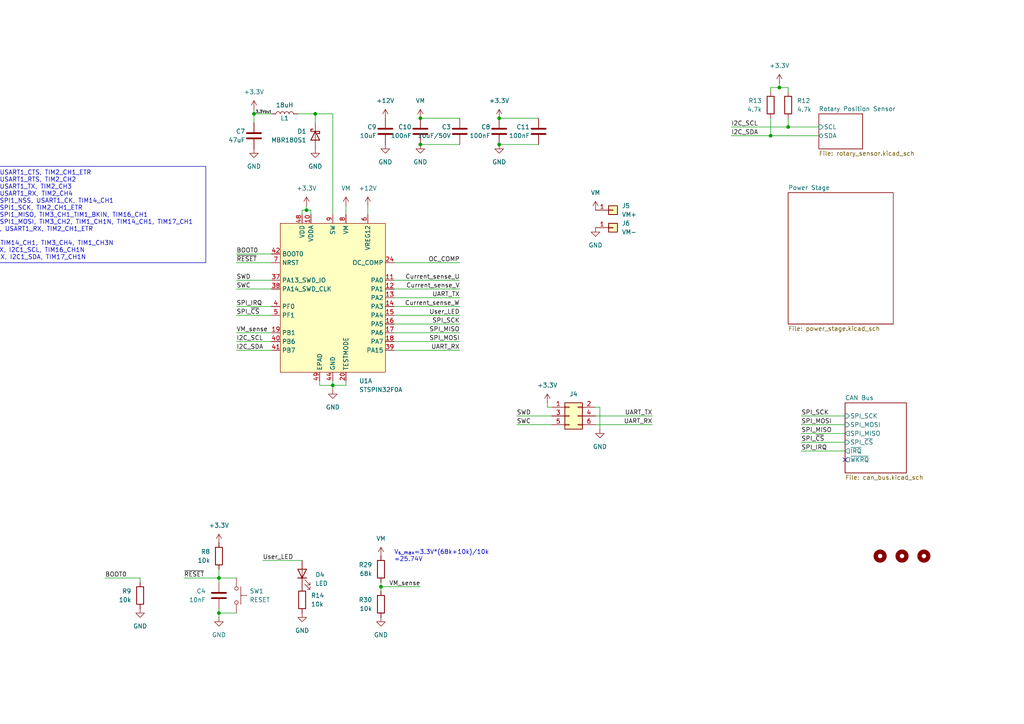
<source format=kicad_sch>
(kicad_sch (version 20231120) (generator "eeschema") (generator_version "8.0")
  (paper "A4")
  (lib_symbols
    (symbol "Connector_Generic:Conn_01x01" (pin_names (offset 1.016) hide)
      (property "Reference" "J" (at 0 2.54 0))
      (property "Value" "Conn_01x01" (at 0 -2.54 0))
      (symbol "Conn_01x01_1_1"
        (rectangle (start -1.27 0.127) (end 0 -0.127) (stroke (width 0.1524)))
        (rectangle (start -1.27 1.27) (end 1.27 -1.27) (stroke (width 0.254)) (fill (type background)))
        (pin passive line (at -5.08 0 0) (length 3.81) (name "Pin_1") (number "1"))
      )
    )
    (symbol "Connector_Generic:Conn_02x03_Odd_Even" (pin_names (offset 1.016) hide)
      (property "Reference" "J" (at 1.27 5.08 0))
      (property "Value" "Conn_02x03_Odd_Even" (at 1.27 -5.08 0))
      (symbol "Conn_02x03_Odd_Even_1_1"
        (rectangle (start -1.27 -2.413) (end 0 -2.667) (stroke (width 0.1524)))
        (rectangle (start -1.27 0.127) (end 0 -0.127) (stroke (width 0.1524)))
        (rectangle (start -1.27 2.667) (end 0 2.413) (stroke (width 0.1524)))
        (rectangle (start -1.27 3.81) (end 3.81 -3.81) (stroke (width 0.254)) (fill (type background)))
        (rectangle (start 3.81 -2.413) (end 2.54 -2.667) (stroke (width 0.1524)))
        (rectangle (start 3.81 0.127) (end 2.54 -0.127) (stroke (width 0.1524)))
        (rectangle (start 3.81 2.667) (end 2.54 2.413) (stroke (width 0.1524)))
        (pin passive line (at -5.08 2.54 0) (length 3.81) (name "Pin_1") (number "1"))
        (pin passive line (at 7.62 2.54 180) (length 3.81) (name "Pin_2") (number "2"))
        (pin passive line (at -5.08 0 0) (length 3.81) (name "Pin_3") (number "3"))
        (pin passive line (at 7.62 0 180) (length 3.81) (name "Pin_4") (number "4"))
        (pin passive line (at -5.08 -2.54 0) (length 3.81) (name "Pin_5") (number "5"))
        (pin passive line (at 7.62 -2.54 180) (length 3.81) (name "Pin_6") (number "6"))
      )
    )
    (symbol "Device:C" (pin_numbers hide) (pin_names (offset 0.254))
      (property "Reference" "C" (at 0.635 2.54 0))
      (property "Value" "C" (at 0.635 -2.54 0))
      (symbol "C_0_1"
        (polyline (pts (xy -2.032 -0.762) (xy 2.032 -0.762)) (stroke (width 0.508)))
        (polyline (pts (xy -2.032 0.762) (xy 2.032 0.762)) (stroke (width 0.508)))
      )
      (symbol "C_1_1"
        (pin passive line (at 0 3.81 270) (length 2.794) (name "~") (number "1"))
        (pin passive line (at 0 -3.81 90) (length 2.794) (name "~") (number "2"))
      )
    )
    (symbol "Device:L" (pin_numbers hide) (pin_names (offset 1.016) hide)
      (property "Reference" "L" (at -1.27 0 90))
      (property "Value" "L" (at 1.905 0 90))
      (symbol "L_0_1"
        (arc (start 0 -2.54) (mid 0.6323 -1.905) (end 0 -1.27))
        (arc (start 0 -1.27) (mid 0.6323 -0.635) (end 0 0))
        (arc (start 0 0) (mid 0.6323 0.635) (end 0 1.27))
        (arc (start 0 1.27) (mid 0.6323 1.905) (end 0 2.54))
      )
      (symbol "L_1_1"
        (pin passive line (at 0 3.81 270) (length 1.27) (name "1") (number "1"))
        (pin passive line (at 0 -3.81 90) (length 1.27) (name "2") (number "2"))
      )
    )
    (symbol "Device:LED" (pin_numbers hide) (pin_names (offset 1.016) hide)
      (property "Reference" "D" (at 0 2.54 0))
      (property "Value" "LED" (at 0 -2.54 0))
      (symbol "LED_0_1"
        (polyline (pts (xy -1.27 -1.27) (xy -1.27 1.27)) (stroke (width 0.254)))
        (polyline (pts (xy -1.27 0) (xy 1.27 0)))
        (polyline (pts (xy 1.27 -1.27) (xy 1.27 1.27) (xy -1.27 0) (xy 1.27 -1.27)) (stroke (width 0.254)))
        (polyline (pts (xy -3.048 -0.762) (xy -4.572 -2.286) (xy -3.81 -2.286) (xy -4.572 -2.286) (xy -4.572 -1.524)))
        (polyline (pts (xy -1.778 -0.762) (xy -3.302 -2.286) (xy -2.54 -2.286) (xy -3.302 -2.286) (xy -3.302 -1.524)))
      )
      (symbol "LED_1_1"
        (pin passive line (at -3.81 0 0) (length 2.54) (name "K") (number "1"))
        (pin passive line (at 3.81 0 180) (length 2.54) (name "A") (number "2"))
      )
    )
    (symbol "Device:R" (pin_numbers hide) (pin_names (offset 0))
      (property "Reference" "R" (at 2.032 0 90))
      (property "Value" "R" (at 0 0 90))
      (symbol "R_0_1"
        (rectangle (start -1.016 -2.54) (end 1.016 2.54) (stroke (width 0.254)))
      )
      (symbol "R_1_1"
        (pin passive line (at 0 3.81 270) (length 1.27) (name "~") (number "1"))
        (pin passive line (at 0 -3.81 90) (length 1.27) (name "~") (number "2"))
      )
    )
    (symbol "Diode:1N6857UR" (pin_numbers hide) (pin_names (offset 1.016) hide)
      (property "Reference" "D" (at 0 2.54 0))
      (property "Value" "1N6857UR" (at 0 -2.54 0))
      (symbol "1N6857UR_0_1"
        (polyline (pts (xy 1.27 0) (xy -1.27 0)))
        (polyline (pts (xy 1.27 1.27) (xy 1.27 -1.27) (xy -1.27 0) (xy 1.27 1.27)) (stroke (width 0.254)))
        (polyline (pts (xy -1.905 0.635) (xy -1.905 1.27) (xy -1.27 1.27) (xy -1.27 -1.27) (xy -0.635 -1.27) (xy -0.635 -0.635)) (stroke (width 0.254)))
      )
      (symbol "1N6857UR_1_1"
        (pin passive line (at -3.81 0 0) (length 2.54) (name "K") (number "1"))
        (pin passive line (at 3.81 0 180) (length 2.54) (name "A") (number "2"))
      )
    )
    (symbol "Mechanical:MountingHole" (pin_names (offset 1.016))
      (property "Reference" "H" (at 0 5.08 0))
      (property "Value" "MountingHole" (at 0 3.175 0))
      (symbol "MountingHole_0_1"
        (circle (center 0 0) (radius 1.27) (stroke (width 1.27)))
      )
    )
    (symbol "Switch:SW_Push" (pin_numbers hide) (pin_names (offset 1.016) hide)
      (property "Reference" "SW" (at 1.27 2.54 0))
      (property "Value" "SW_Push" (at 0 -1.524 0))
      (symbol "SW_Push_0_1"
        (circle (center -2.032 0) (radius 0.508))
        (polyline (pts (xy 0 1.27) (xy 0 3.048)))
        (polyline (pts (xy 2.54 1.27) (xy -2.54 1.27)))
        (circle (center 2.032 0) (radius 0.508))
        (pin passive line (at -5.08 0 0) (length 2.54) (name "1") (number "1"))
        (pin passive line (at 5.08 0 180) (length 2.54) (name "2") (number "2"))
      )
    )
    (symbol "moco:STSPIN32F0A"
      (property "Reference" "U" (at 0 0 0))
      (property "Value" "STSPIN32F0A" (at 0 -12.7 0))
      (symbol "STSPIN32F0A_1_0"
        (pin power_in line (at -3.81 20.32 270) (length 2.54) (name "VDDA") (number "10"))
        (pin bidirectional line (at 20.32 1.27 180) (length 2.54) (name "PA0") (number "11"))
        (pin bidirectional line (at 20.32 -1.27 180) (length 2.54) (name "PA1") (number "12"))
        (pin bidirectional line (at 20.32 -3.81 180) (length 2.54) (name "PA2") (number "13"))
        (pin bidirectional line (at 20.32 -6.35 180) (length 2.54) (name "PA3") (number "14"))
        (pin bidirectional line (at 20.32 -8.89 180) (length 2.54) (name "PA4") (number "15"))
        (pin bidirectional line (at 20.32 -11.43 180) (length 2.54) (name "PA5") (number "16"))
        (pin bidirectional line (at 20.32 -13.97 180) (length 2.54) (name "PA6") (number "17"))
        (pin bidirectional line (at 20.32 -16.51 180) (length 2.54) (name "PA7") (number "18"))
        (pin bidirectional line (at -15.24 -13.97 0) (length 2.54) (name "PB1") (number "19"))
        (pin input line (at 6.35 -27.94 90) (length 2.54) (name "TESTMODE") (number "20"))
        (pin input line (at 20.32 6.35 180) (length 2.54) (name "OC_COMP") (number "24"))
        (pin bidirectional line (at -15.24 1.27 0) (length 2.54) (name "PA13_SWD_IO") (number "37"))
        (pin bidirectional line (at -15.24 -1.27 0) (length 2.54) (name "PA14_SWD_CLK") (number "38"))
        (pin bidirectional line (at 20.32 -19.05 180) (length 2.54) (name "PA15") (number "39"))
        (pin bidirectional line (at -15.24 -6.35 0) (length 2.54) (name "PF0") (number "4"))
        (pin bidirectional line (at -15.24 -16.51 0) (length 2.54) (name "PB6") (number "40"))
        (pin bidirectional line (at -15.24 -19.05 0) (length 2.54) (name "PB7") (number "41"))
        (pin input line (at -15.24 8.89 0) (length 2.54) (name "BOOT0") (number "42"))
        (pin no_connect line (at 10.16 -27.94 90) (length 2.54) hide (name "RESERVED") (number "43"))
        (pin power_in line (at 2.54 -27.94 90) (length 2.54) (name "GND") (number "44"))
        (pin power_in line (at -6.35 20.32 270) (length 2.54) (name "VDD") (number "48"))
        (pin power_in line (at -1.27 -27.94 90) (length 2.54) (name "EPAD") (number "49"))
        (pin bidirectional line (at -15.24 -8.89 0) (length 2.54) (name "PF1") (number "5"))
        (pin power_out line (at 12.7 20.32 270) (length 2.54) (name "VREG12") (number "6"))
        (pin input line (at -15.24 6.35 0) (length 2.54) (name "NRST") (number "7"))
        (pin power_in line (at 6.35 20.32 270) (length 2.54) (name "VM") (number "8"))
        (pin output line (at 2.54 20.32 270) (length 2.54) (name "SW") (number "9"))
      )
      (symbol "STSPIN32F0A_1_1"
        (rectangle (start -12.7 17.78) (end 17.78 -25.4) (fill (type background)))
      )
      (symbol "STSPIN32F0A_2_0"
        (pin output line (at 8.89 0 180) (length 2.54) (name "HSW") (number "25"))
        (pin output line (at 8.89 -5.08 180) (length 2.54) (name "OUTW") (number "26"))
        (pin output line (at 8.89 5.08 180) (length 2.54) (name "VBOOTW") (number "27"))
        (pin output line (at 8.89 -10.16 180) (length 2.54) (name "LSW") (number "28"))
      )
      (symbol "STSPIN32F0A_2_1"
        (rectangle (start -6.35 11.43) (end 6.35 -11.43) (fill (type background)))
        (text "W" (at 0 8.89 0) (effects (font (size 2 2) (bold yes))))
      )
      (symbol "STSPIN32F0A_3_0"
        (pin output line (at 8.89 0 180) (length 2.54) (name "HSV") (number "29"))
        (pin output line (at 8.89 -5.08 180) (length 2.54) (name "OUTV") (number "30"))
        (pin output line (at 8.89 5.08 180) (length 2.54) (name "VBOOTV") (number "31"))
        (pin output line (at 8.89 -10.16 180) (length 2.54) (name "LSV") (number "32"))
      )
      (symbol "STSPIN32F0A_3_1"
        (rectangle (start -6.35 11.43) (end 6.35 -11.43) (fill (type background)))
        (text "V" (at 0 8.89 0) (effects (font (size 2 2) (bold yes))))
      )
      (symbol "STSPIN32F0A_4_0"
        (pin output line (at 8.89 0 180) (length 2.54) (name "HSU") (number "33"))
        (pin output line (at 8.89 -5.08 180) (length 2.54) (name "OUTU") (number "34"))
        (pin output line (at 8.89 5.08 180) (length 2.54) (name "VBOOTU") (number "35"))
        (pin output line (at 8.89 -10.16 180) (length 2.54) (name "LSU") (number "36"))
      )
      (symbol "STSPIN32F0A_4_1"
        (rectangle (start -6.35 11.43) (end 6.35 -11.43) (fill (type background)))
        (text "U" (at 0 8.89 0) (effects (font (size 2 2) (bold yes))))
      )
      (symbol "STSPIN32F0A_5_0"
        (pin input line (at -7.62 3.81 0) (length 2.54) (name "OP3P") (number "45"))
        (pin input line (at -7.62 -3.81 0) (length 2.54) (name "OP3N") (number "46"))
        (pin output line (at 11.43 0 180) (length 2.54) (name "OP3O") (number "47"))
      )
      (symbol "STSPIN32F0A_5_1"
        (polyline (pts (xy 10.16 0) (xy -5.08 7.62) (xy -5.08 -7.62) (xy 10.16 0)) (fill (type background)))
        (text "+" (at -6.35 2.54 0) (effects (font (size 1.27 1.27))))
        (text "-" (at -6.35 -5.08 0) (effects (font (size 1.27 1.27))))
      )
      (symbol "STSPIN32F0A_6_0"
        (pin input line (at -7.62 3.81 0) (length 2.54) (name "OP2P") (number "1"))
        (pin input line (at -7.62 -3.81 0) (length 2.54) (name "OP2N") (number "2"))
        (pin output line (at 11.43 0 180) (length 2.54) (name "OP2O") (number "3"))
      )
      (symbol "STSPIN32F0A_6_1"
        (polyline (pts (xy 10.16 0) (xy -5.08 7.62) (xy -5.08 -7.62) (xy 10.16 0)) (fill (type background)))
        (text "+" (at -6.35 2.54 0) (effects (font (size 1.27 1.27))))
        (text "-" (at -6.35 -5.08 0) (effects (font (size 1.27 1.27))))
      )
      (symbol "STSPIN32F0A_7_0"
        (pin output line (at 11.43 0 180) (length 2.54) (name "OP1O") (number "21"))
        (pin input line (at -7.62 -3.81 0) (length 2.54) (name "OP1N") (number "22"))
        (pin input line (at -7.62 3.81 0) (length 2.54) (name "OP1P") (number "23"))
      )
      (symbol "STSPIN32F0A_7_1"
        (polyline (pts (xy 10.16 0) (xy -5.08 7.62) (xy -5.08 -7.62) (xy 10.16 0)) (fill (type background)))
        (text "+" (at -6.35 2.54 0) (effects (font (size 1.27 1.27))))
        (text "-" (at -6.35 -5.08 0) (effects (font (size 1.27 1.27))))
      )
    )
    (symbol "power:+12V" (power) (pin_numbers hide) (pin_names (offset 0) hide)
      (property "Value" "+12V" (at 0 3.556 0))
      (symbol "+12V_0_1"
        (polyline (pts (xy -0.762 1.27) (xy 0 2.54)))
        (polyline (pts (xy 0 0) (xy 0 2.54)))
        (polyline (pts (xy 0 2.54) (xy 0.762 1.27)))
      )
      (symbol "+12V_1_1"
        (pin power_in line (at 0 0 90) (length 0) (name "~") (number "1"))
      )
    )
    (symbol "power:+3.3V" (power) (pin_numbers hide) (pin_names (offset 0) hide)
      (property "Value" "+3.3V" (at 0 3.556 0))
      (symbol "+3.3V_0_1"
        (polyline (pts (xy -0.762 1.27) (xy 0 2.54)))
        (polyline (pts (xy 0 0) (xy 0 2.54)))
        (polyline (pts (xy 0 2.54) (xy 0.762 1.27)))
      )
      (symbol "+3.3V_1_1"
        (pin power_in line (at 0 0 90) (length 0) (name "~") (number "1"))
      )
    )
    (symbol "power:GND" (power) (pin_numbers hide) (pin_names (offset 0) hide)
      (property "Value" "GND" (at 0 -3.81 0))
      (symbol "GND_0_1"
        (polyline (pts (xy 0 0) (xy 0 -1.27) (xy 1.27 -1.27) (xy 0 -2.54) (xy -1.27 -1.27) (xy 0 -1.27)))
      )
      (symbol "GND_1_1"
        (pin power_in line (at 0 0 270) (length 0) (name "~") (number "1"))
      )
    )
    (symbol "power:VAA" (power) (pin_numbers hide) (pin_names (offset 0) hide)
      (property "Value" "VAA" (at 0 3.556 0))
      (symbol "VAA_0_1"
        (polyline (pts (xy -0.762 1.27) (xy 0 2.54)))
        (polyline (pts (xy 0 0) (xy 0 2.54)))
        (polyline (pts (xy 0 2.54) (xy 0.762 1.27)))
      )
      (symbol "VAA_1_1"
        (pin power_in line (at 0 0 90) (length 0) (name "~") (number "1"))
      )
    )
  )
  (junction (at 223.52 39.37))
  (junction (at 73.66 33.02))
  (junction (at 226.06 25.4))
  (junction (at 96.52 111.76))
  (junction (at 121.92 34.29))
  (junction (at 91.44 33.02))
  (junction (at 88.9 60.96))
  (junction (at 121.92 41.91))
  (junction (at 228.6 36.83))
  (junction (at 63.5 167.64))
  (junction (at 63.5 177.8))
  (junction (at 144.78 34.29))
  (junction (at 144.78 41.91))
  (junction (at 110.49 170.18))
  (no_connect (at 245.11 133.35))
  (wire (pts (xy 212.09 39.37) (xy 223.52 39.37)))
  (wire (pts (xy 92.71 110.49) (xy 92.71 111.76)))
  (wire (pts (xy 172.72 123.19) (xy 189.23 123.19)))
  (wire (pts (xy 68.58 96.52) (xy 78.74 96.52)))
  (wire (pts (xy 63.5 177.8) (xy 68.58 177.8)))
  (wire (pts (xy 144.78 41.91) (xy 156.21 41.91)))
  (wire (pts (xy 173.99 118.11) (xy 172.72 118.11)))
  (wire (pts (xy 223.52 34.29) (xy 223.52 39.37)))
  (wire (pts (xy 91.44 33.02) (xy 91.44 35.56)))
  (wire (pts (xy 96.52 33.02) (xy 91.44 33.02)))
  (wire (pts (xy 53.34 167.64) (xy 63.5 167.64)))
  (wire (pts (xy 68.58 76.2) (xy 78.74 76.2)))
  (wire (pts (xy 63.5 168.91) (xy 63.5 167.64)))
  (wire (pts (xy 114.3 99.06) (xy 133.35 99.06)))
  (wire (pts (xy 100.33 110.49) (xy 100.33 111.76)))
  (wire (pts (xy 133.35 91.44) (xy 114.3 91.44)))
  (wire (pts (xy 63.5 165.1) (xy 63.5 167.64)))
  (wire (pts (xy 87.63 60.96) (xy 88.9 60.96)))
  (wire (pts (xy 40.64 167.64) (xy 30.48 167.64)))
  (wire (pts (xy 63.5 176.53) (xy 63.5 177.8)))
  (wire (pts (xy 40.64 168.91) (xy 40.64 167.64)))
  (wire (pts (xy 110.49 170.18) (xy 110.49 171.45)))
  (wire (pts (xy 68.58 81.28) (xy 78.74 81.28)))
  (wire (pts (xy 133.35 76.2) (xy 114.3 76.2)))
  (wire (pts (xy 226.06 24.13) (xy 226.06 25.4)))
  (wire (pts (xy 63.5 167.64) (xy 68.58 167.64)))
  (wire (pts (xy 228.6 36.83) (xy 237.49 36.83)))
  (wire (pts (xy 114.3 81.28) (xy 133.35 81.28)))
  (wire (pts (xy 121.92 34.29) (xy 133.35 34.29)))
  (wire (pts (xy 158.75 116.84) (xy 158.75 118.11)))
  (wire (pts (xy 228.6 34.29) (xy 228.6 36.83)))
  (wire (pts (xy 68.58 88.9) (xy 78.74 88.9)))
  (wire (pts (xy 92.71 111.76) (xy 96.52 111.76)))
  (wire (pts (xy 68.58 101.6) (xy 78.74 101.6)))
  (wire (pts (xy 87.63 60.96) (xy 87.63 62.23)))
  (wire (pts (xy 223.52 26.67) (xy 223.52 25.4)))
  (wire (pts (xy 88.9 60.96) (xy 90.17 60.96)))
  (wire (pts (xy 96.52 62.23) (xy 96.52 33.02)))
  (wire (pts (xy 63.5 177.8) (xy 63.5 179.07)))
  (wire (pts (xy 212.09 36.83) (xy 228.6 36.83)))
  (wire (pts (xy 106.68 59.69) (xy 106.68 62.23)))
  (wire (pts (xy 121.92 170.18) (xy 110.49 170.18)))
  (wire (pts (xy 114.3 101.6) (xy 133.35 101.6)))
  (wire (pts (xy 73.66 33.02) (xy 73.66 35.56)))
  (wire (pts (xy 90.17 62.23) (xy 90.17 60.96)))
  (wire (pts (xy 100.33 111.76) (xy 96.52 111.76)))
  (wire (pts (xy 226.06 25.4) (xy 228.6 25.4)))
  (wire (pts (xy 68.58 91.44) (xy 78.74 91.44)))
  (wire (pts (xy 68.58 73.66) (xy 78.74 73.66)))
  (wire (pts (xy 232.41 125.73) (xy 245.11 125.73)))
  (wire (pts (xy 121.92 41.91) (xy 133.35 41.91)))
  (wire (pts (xy 189.23 120.65) (xy 172.72 120.65)))
  (wire (pts (xy 110.49 168.91) (xy 110.49 170.18)))
  (wire (pts (xy 232.41 123.19) (xy 245.11 123.19)))
  (wire (pts (xy 133.35 86.36) (xy 114.3 86.36)))
  (wire (pts (xy 173.99 124.46) (xy 173.99 118.11)))
  (wire (pts (xy 232.41 130.81) (xy 245.11 130.81)))
  (wire (pts (xy 232.41 128.27) (xy 245.11 128.27)))
  (wire (pts (xy 149.86 123.19) (xy 160.02 123.19)))
  (wire (pts (xy 86.36 33.02) (xy 91.44 33.02)))
  (wire (pts (xy 114.3 93.98) (xy 133.35 93.98)))
  (wire (pts (xy 73.66 31.75) (xy 73.66 33.02)))
  (wire (pts (xy 96.52 110.49) (xy 96.52 111.76)))
  (wire (pts (xy 73.66 33.02) (xy 78.74 33.02)))
  (wire (pts (xy 114.3 83.82) (xy 133.35 83.82)))
  (wire (pts (xy 88.9 60.96) (xy 88.9 59.69)))
  (wire (pts (xy 68.58 83.82) (xy 78.74 83.82)))
  (wire (pts (xy 228.6 25.4) (xy 228.6 26.67)))
  (wire (pts (xy 149.86 120.65) (xy 160.02 120.65)))
  (wire (pts (xy 114.3 88.9) (xy 133.35 88.9)))
  (wire (pts (xy 76.2 162.56) (xy 87.63 162.56)))
  (wire (pts (xy 144.78 34.29) (xy 156.21 34.29)))
  (wire (pts (xy 114.3 96.52) (xy 133.35 96.52)))
  (wire (pts (xy 223.52 39.37) (xy 237.49 39.37)))
  (wire (pts (xy 245.11 120.65) (xy 232.41 120.65)))
  (wire (pts (xy 96.52 111.76) (xy 96.52 113.03)))
  (wire (pts (xy 100.33 59.69) (xy 100.33 62.23)))
  (wire (pts (xy 223.52 25.4) (xy 226.06 25.4)))
  (wire (pts (xy 68.58 99.06) (xy 78.74 99.06)))
  (wire (pts (xy 158.75 118.11) (xy 160.02 118.11)))
  (text_box "PA0:  ADC_IN0, USART1_CTS, TIM2_CH1_ETR\nPA1:  ADC_IN1, USART1_RTS, TIM2_CH2\nPA2:  ADC_IN2, USART1_TX, TIM2_CH3\nPA3:  ADC_IN3, USART1_RX, TIM2_CH4\nPA4:  ADC_IN4, SPI1_NSS, USART1_CK, TIM14_CH1\nPA5:  ADC_IN5, SPI1_SCK, TIM2_CH1_ETR\nPA6:  ADC_IN6, SPI1_MISO, TIM3_CH1_TIM1_BKIN, TIM16_CH1\nPA7:  ADC_IN7, SPI1_MOSI, TIM3_CH2, TIM1_CH1N, TIM14_CH1, TIM17_CH1\nPA15: SPI1_NSS, USART1_RX, TIM2_CH1_ETR\n\nPB1:  ADC_IN9, TIM14_CH1, TIM3_CH4, TIM1_CH3N\nPB6:  USART1_TX, I2C1_SCL, TIM16_CH1N\nPB7:  USART1_RX, I2C1_SDA, TIM17_CH1N" (at -16.51 48.26 0) (size 76.2 27.94) (effects (font (size 1.27 1.27)) (justify left top)))
  (text "V_{s_max}=3.3V*(68k+10k)/10k\n=25.74V" (at 114.3 161.29 0) (effects (font (size 1.27 1.27)) (justify left)))
  (label "SPI_~{CS}" (at 232.41 128.27 0))
  (label "User_LED" (at 133.35 91.44 180))
  (label "Current_sense_W" (at 133.35 88.9 180))
  (label "UART_RX" (at 189.23 123.19 180))
  (label "SWD" (at 149.86 120.65 0))
  (label "VM_sense" (at 121.92 170.18 180))
  (label "I2C_SDA" (at 212.09 39.37 0))
  (label "UART_TX" (at 133.35 86.36 180))
  (label "I2C_SDA" (at 68.58 101.6 0))
  (label "Current_sense_V" (at 133.35 83.82 180))
  (label "SPI_MISO" (at 133.35 96.52 180))
  (label "OC_COMP" (at 133.35 76.2 180))
  (label "3.3Vout" (at 78.74 33.02 180) (effects (font (size 0.8 0.8))))
  (label "Current_sense_U" (at 133.35 81.28 180))
  (label "UART_TX" (at 189.23 120.65 180))
  (label "SPI_MOSI" (at 232.41 123.19 0))
  (label "User_LED" (at 76.2 162.56 0))
  (label "SPI_SCK" (at 232.41 120.65 0))
  (label "SPI_IRQ" (at 68.58 88.9 0))
  (label "UART_RX" (at 133.35 101.6 180))
  (label "VM_sense" (at 68.58 96.52 0))
  (label "~{RESET}" (at 53.34 167.64 0))
  (label "SPI_MOSI" (at 133.35 99.06 180))
  (label "SWD" (at 68.58 81.28 0))
  (label "SPI_~{CS}" (at 68.58 91.44 0))
  (label "I2C_SCL" (at 212.09 36.83 0))
  (label "~{RESET}" (at 68.58 76.2 0))
  (label "BOOT0" (at 68.58 73.66 0))
  (label "SPI_MISO" (at 232.41 125.73 0))
  (label "SPI_SCK" (at 133.35 93.98 180))
  (label "I2C_SCL" (at 68.58 99.06 0))
  (label "SPI_IRQ" (at 232.41 130.81 0))
  (label "SWC" (at 68.58 83.82 0))
  (label "SWC" (at 149.86 123.19 0))
  (label "BOOT0" (at 30.48 167.64 0))
  (symbol (lib_id "Diode:1N6857UR") (at 91.44 39.37 90) (mirror x) (unit 1)
    (property "Reference" "D1" (at 88.9 38.1 90) (effects (justify left)))
    (property "Value" "MBR180S1" (at 88.9 40.64 90) (effects (justify left)))
    (property "Footprint" "Diode_SMD:D_SOD-123F" (effects (hide yes)))
    (property "Datasheet" "https://www.microsemi.com/document-portal/doc_download/131890-lds-0040-1-datasheet" (effects (hide yes)))
    (property "LCSC" "C526660" (effects (hide yes)))
    (property "MFR. Part#" "MBR180S1-7" (effects (hide yes)))
    (property "Alt." "STPS0560Z" (effects (hide yes)))
  )
  (symbol (lib_id "power:GND") (at 73.66 43.18 0) (unit 1)
    (property "Reference" "#PWR013" (effects (hide yes)))
    (property "Value" "GND" (at 73.66 48.26 0))
    (property "Description" "Power symbol creates a global label with name \"GND\" , ground" (effects (hide yes)))
  )
  (symbol (lib_id "Device:L") (at 82.55 33.02 90) (unit 1)
    (property "Reference" "L1" (at 82.55 34.29 90))
    (property "Value" "18uH" (at 82.55 30.48 90))
    (property "Footprint" "Inductor_SMD:L_Neosid_SMS-ME3015" (effects (hide yes)))
    (property "MFR. Part#" "FNR3012S180MT" (effects (hide yes)))
    (property "LCSC" "C528020" (effects (hide yes)))
    (property "Alt." "SRN3015C-180M" (effects (hide yes)))
  )
  (symbol (lib_id "power:VAA") (at 121.92 34.29 0) (unit 1)
    (property "Reference" "#PWR017" (effects (hide yes)))
    (property "Value" "VM" (at 121.92 29.21 0))
    (property "Description" "Power symbol creates a global label with name \"VAA\"" (effects (hide yes)))
  )
  (symbol (lib_id "Mechanical:MountingHole") (at 255.27 161.29 0) (mirror y) (unit 1) (in_bom no)
    (property "Reference" "H1" (effects (hide yes)))
    (property "Value" "MountingHole" (effects (hide yes)))
    (property "Footprint" "MountingHole:MountingHole_2.2mm_M2_ISO7380" (effects (hide yes)))
  )
  (symbol (lib_id "Device:R") (at 110.49 175.26 0) (mirror y) (unit 1)
    (property "Reference" "R30" (at 107.95 173.9899 0) (effects (justify left)))
    (property "Value" "10k" (at 107.95 176.5299 0) (effects (justify left)))
    (property "Footprint" "Resistor_SMD:R_0402_1005Metric" (effects (hide yes)))
    (property "Description" "Resistor" (effects (hide yes)))
  )
  (symbol (lib_id "power:+3.3V") (at 144.78 34.29 0) (unit 1)
    (property "Reference" "#PWR018" (effects (hide yes)))
    (property "Value" "+3.3V" (at 144.78 29.21 0))
    (property "Description" "Power symbol creates a global label with name \"+3.3V\"" (effects (hide yes)))
  )
  (symbol (lib_id "power:+12V") (at 106.68 59.69 0) (unit 1)
    (property "Reference" "#PWR02" (effects (hide yes)))
    (property "Value" "+12V" (at 106.68 54.61 0))
    (property "Description" "Power symbol creates a global label with name \"+12V\"" (effects (hide yes)))
  )
  (symbol (lib_id "power:+3.3V") (at 88.9 59.69 0) (unit 1)
    (property "Reference" "#PWR015" (effects (hide yes)))
    (property "Value" "+3.3V" (at 88.9 54.61 0))
    (property "Description" "Power symbol creates a global label with name \"+3.3V\"" (effects (hide yes)))
  )
  (symbol (lib_id "Switch:SW_Push") (at 68.58 172.72 270) (unit 1)
    (property "Reference" "SW1" (at 72.39 171.4499 90) (effects (justify left)))
    (property "Value" "RESET" (at 72.39 173.9899 90) (effects (justify left)))
    (property "Footprint" "Button_Switch_SMD:SW_SPST_B3U-1000P" (effects (hide yes)))
    (property "Description" "Push button switch, generic, two pins" (effects (hide yes)))
  )
  (symbol (lib_id "Device:R") (at 223.52 30.48 0) (mirror y) (unit 1)
    (property "Reference" "R13" (at 220.98 29.2099 0) (effects (justify left)))
    (property "Value" "4.7k" (at 220.98 31.7499 0) (effects (justify left)))
    (property "Footprint" "Resistor_SMD:R_0402_1005Metric" (effects (hide yes)))
    (property "Description" "Resistor" (effects (hide yes)))
  )
  (symbol (lib_id "Device:C") (at 144.78 38.1 0) (unit 1)
    (property "Reference" "C8" (at 142.24 36.83 0) (effects (justify right)))
    (property "Value" "100nF" (at 142.24 39.37 0) (effects (justify right)))
    (property "Footprint" "Capacitor_SMD:C_0402_1005Metric" (effects (hide yes)))
    (property "LCSC" "C440198" (effects (hide yes)))
    (property "MFR. Part#" "GRM21BR61H106KE43L" (effects (hide yes)))
  )
  (symbol (lib_id "power:GND") (at 144.78 41.91 0) (unit 1)
    (property "Reference" "#PWR021" (effects (hide yes)))
    (property "Value" "GND" (at 144.78 46.99 0))
    (property "Description" "Power symbol creates a global label with name \"GND\" , ground" (effects (hide yes)))
  )
  (symbol (lib_id "Device:C") (at 156.21 38.1 0) (unit 1)
    (property "Reference" "C11" (at 153.67 36.83 0) (effects (justify right)))
    (property "Value" "100nF" (at 153.67 39.37 0) (effects (justify right)))
    (property "Footprint" "Capacitor_SMD:C_0402_1005Metric" (effects (hide yes)))
    (property "LCSC" "C440198" (effects (hide yes)))
    (property "MFR. Part#" "GRM21BR61H106KE43L" (effects (hide yes)))
  )
  (symbol (lib_id "Device:R") (at 40.64 172.72 0) (mirror y) (unit 1)
    (property "Reference" "R9" (at 38.1 171.4499 0) (effects (justify left)))
    (property "Value" "10k" (at 38.1 173.9899 0) (effects (justify left)))
    (property "Footprint" "Resistor_SMD:R_0402_1005Metric" (effects (hide yes)))
    (property "Description" "Resistor" (effects (hide yes)))
  )
  (symbol (lib_id "power:+12V") (at 111.76 34.29 0) (unit 1)
    (property "Reference" "#PWR016" (effects (hide yes)))
    (property "Value" "+12V" (at 111.76 29.21 0))
    (property "Description" "Power symbol creates a global label with name \"+12V\"" (effects (hide yes)))
  )
  (symbol (lib_id "power:VAA") (at 110.49 161.29 0) (unit 1)
    (property "Reference" "#PWR045" (effects (hide yes)))
    (property "Value" "VM" (at 110.49 156.21 0))
    (property "Description" "Power symbol creates a global label with name \"VAA\"" (effects (hide yes)))
  )
  (symbol (lib_id "power:GND") (at 87.63 177.8 0) (unit 1)
    (property "Reference" "#PWR031" (effects (hide yes)))
    (property "Value" "GND" (at 87.63 182.88 0))
    (property "Description" "Power symbol creates a global label with name \"GND\" , ground" (effects (hide yes)))
  )
  (symbol (lib_id "power:+3.3V") (at 226.06 24.13 0) (unit 1)
    (property "Reference" "#PWR030" (effects (hide yes)))
    (property "Value" "+3.3V" (at 226.06 19.05 0))
    (property "Description" "Power symbol creates a global label with name \"+3.3V\"" (effects (hide yes)))
  )
  (symbol (lib_id "Mechanical:MountingHole") (at 267.97 161.29 0) (mirror y) (unit 1) (in_bom no)
    (property "Reference" "H3" (effects (hide yes)))
    (property "Value" "MountingHole" (effects (hide yes)))
    (property "Footprint" "MountingHole:MountingHole_2.2mm_M2_ISO7380" (effects (hide yes)))
  )
  (symbol (lib_id "power:+3.3V") (at 73.66 31.75 0) (unit 1)
    (property "Reference" "#PWR014" (effects (hide yes)))
    (property "Value" "+3.3V" (at 73.66 26.67 0))
    (property "Description" "Power symbol creates a global label with name \"+3.3V\"" (effects (hide yes)))
  )
  (symbol (lib_id "moco:STSPIN32F0A") (at 93.98 82.55 0) (unit 1)
    (property "Reference" "U1" (at 104.14 110.49 0) (effects (justify left)))
    (property "Value" "STSPIN32F0A" (at 104.14 113.03 0) (effects (justify left)))
    (property "Footprint" "moco:VFQFN-48_7x7_EP2.8mm_Pitch0.5mm" (effects (hide yes)))
    (property "Datasheet" "https://www.st.com/resource/en/datasheet/stspin32f0a.pdf" (effects (hide yes)))
    (property "Description" "Advanced BLDC controller with embedded STM32 MCU" (effects (hide yes)))
  )
  (symbol (lib_id "Device:C") (at 63.5 172.72 0) (unit 1)
    (property "Reference" "C4" (at 59.69 171.4499 0) (effects (justify right)))
    (property "Value" "10nF" (at 59.69 173.9899 0) (effects (justify right)))
    (property "Footprint" "Capacitor_SMD:C_0402_1005Metric" (effects (hide yes)))
    (property "Description" "Unpolarized capacitor" (effects (hide yes)))
  )
  (symbol (lib_id "power:+3.3V") (at 63.5 157.48 0) (unit 1)
    (property "Reference" "#PWR09" (effects (hide yes)))
    (property "Value" "+3.3V" (at 63.5 152.4 0))
    (property "Description" "Power symbol creates a global label with name \"+3.3V\"" (effects (hide yes)))
  )
  (symbol (lib_id "Device:C") (at 121.92 38.1 0) (unit 1)
    (property "Reference" "C10" (at 119.38 36.83 0) (effects (justify right)))
    (property "Value" "100nF" (at 119.38 39.37 0) (effects (justify right)))
    (property "Footprint" "Capacitor_SMD:C_0402_1005Metric" (effects (hide yes)))
    (property "LCSC" "C440198" (effects (hide yes)))
    (property "MFR. Part#" "GRM21BR61H106KE43L" (effects (hide yes)))
  )
  (symbol (lib_id "Device:R") (at 63.5 161.29 0) (mirror y) (unit 1)
    (property "Reference" "R8" (at 60.96 160.0199 0) (effects (justify left)))
    (property "Value" "10k" (at 60.96 162.5599 0) (effects (justify left)))
    (property "Footprint" "Resistor_SMD:R_0402_1005Metric" (effects (hide yes)))
    (property "Description" "Resistor" (effects (hide yes)))
  )
  (symbol (lib_id "power:GND") (at 172.72 66.04 0) (unit 1)
    (property "Reference" "#PWR050" (effects (hide yes)))
    (property "Value" "GND" (at 172.72 71.12 0))
    (property "Description" "Power symbol creates a global label with name \"GND\" , ground" (effects (hide yes)))
  )
  (symbol (lib_id "power:GND") (at 111.76 41.91 0) (unit 1)
    (property "Reference" "#PWR019" (effects (hide yes)))
    (property "Value" "GND" (at 111.76 46.99 0))
    (property "Description" "Power symbol creates a global label with name \"GND\" , ground" (effects (hide yes)))
  )
  (symbol (lib_id "Device:R") (at 87.63 173.99 0) (unit 1)
    (property "Reference" "R14" (at 90.17 172.7199 0) (effects (justify left)))
    (property "Value" "10k" (at 90.17 175.2599 0) (effects (justify left)))
    (property "Footprint" "Resistor_SMD:R_0402_1005Metric" (effects (hide yes)))
    (property "Description" "Resistor" (effects (hide yes)))
  )
  (symbol (lib_id "power:GND") (at 40.64 176.53 0) (unit 1)
    (property "Reference" "#PWR022" (effects (hide yes)))
    (property "Value" "GND" (at 40.64 181.61 0))
    (property "Description" "Power symbol creates a global label with name \"GND\" , ground" (effects (hide yes)))
  )
  (symbol (lib_id "power:GND") (at 173.99 124.46 0) (unit 1)
    (property "Reference" "#PWR048" (effects (hide yes)))
    (property "Value" "GND" (at 173.99 129.54 0))
    (property "Description" "Power symbol creates a global label with name \"GND\" , ground" (effects (hide yes)))
  )
  (symbol (lib_id "Device:LED") (at 87.63 166.37 90) (unit 1)
    (property "Reference" "D4" (at 91.44 166.6874 90) (effects (justify right)))
    (property "Value" "LED" (at 91.44 169.2274 90) (effects (justify right)))
    (property "Footprint" "LED_SMD:LED_0603_1608Metric" (effects (hide yes)))
    (property "Description" "Light emitting diode" (effects (hide yes)))
  )
  (symbol (lib_id "power:VAA") (at 100.33 59.69 0) (unit 1)
    (property "Reference" "#PWR03" (effects (hide yes)))
    (property "Value" "VM" (at 100.33 54.61 0))
    (property "Description" "Power symbol creates a global label with name \"VAA\"" (effects (hide yes)))
  )
  (symbol (lib_id "Device:C") (at 133.35 38.1 0) (unit 1)
    (property "Reference" "C3" (at 130.81 36.83 0) (effects (justify right)))
    (property "Value" "10uF/50V" (at 130.81 39.37 0) (effects (justify right)))
    (property "Footprint" "Capacitor_SMD:C_0805_2012Metric" (effects (hide yes)))
    (property "LCSC" "C440198" (effects (hide yes)))
    (property "MFR. Part#" "GRM21BR61H106KE43L" (effects (hide yes)))
  )
  (symbol (lib_id "Device:R") (at 110.49 165.1 0) (mirror y) (unit 1)
    (property "Reference" "R29" (at 107.95 163.8299 0) (effects (justify left)))
    (property "Value" "68k" (at 107.95 166.3699 0) (effects (justify left)))
    (property "Footprint" "Resistor_SMD:R_0402_1005Metric" (effects (hide yes)))
    (property "Description" "Resistor" (effects (hide yes)))
  )
  (symbol (lib_id "power:GND") (at 91.44 43.18 0) (unit 1)
    (property "Reference" "#PWR012" (effects (hide yes)))
    (property "Value" "GND" (at 91.44 48.26 0))
    (property "Description" "Power symbol creates a global label with name \"GND\" , ground" (effects (hide yes)))
  )
  (symbol (lib_id "Device:R") (at 228.6 30.48 0) (unit 1)
    (property "Reference" "R12" (at 231.14 29.2099 0) (effects (justify left)))
    (property "Value" "4.7k" (at 231.14 31.7499 0) (effects (justify left)))
    (property "Footprint" "Resistor_SMD:R_0402_1005Metric" (effects (hide yes)))
    (property "Description" "Resistor" (effects (hide yes)))
  )
  (symbol (lib_id "power:GND") (at 96.52 113.03 0) (unit 1)
    (property "Reference" "#PWR01" (effects (hide yes)))
    (property "Value" "GND" (at 96.52 118.11 0))
    (property "Description" "Power symbol creates a global label with name \"GND\" , ground" (effects (hide yes)))
  )
  (symbol (lib_id "power:GND") (at 63.5 179.07 0) (unit 1)
    (property "Reference" "#PWR08" (effects (hide yes)))
    (property "Value" "GND" (at 63.5 184.15 0))
    (property "Description" "Power symbol creates a global label with name \"GND\" , ground" (effects (hide yes)))
  )
  (symbol (lib_id "Mechanical:MountingHole") (at 261.62 161.29 0) (mirror y) (unit 1) (in_bom no)
    (property "Reference" "H2" (effects (hide yes)))
    (property "Value" "MountingHole" (effects (hide yes)))
    (property "Footprint" "MountingHole:MountingHole_2.2mm_M2_ISO7380" (effects (hide yes)))
  )
  (symbol (lib_id "power:GND") (at 121.92 41.91 0) (unit 1)
    (property "Reference" "#PWR020" (effects (hide yes)))
    (property "Value" "GND" (at 121.92 46.99 0))
    (property "Description" "Power symbol creates a global label with name \"GND\" , ground" (effects (hide yes)))
  )
  (symbol (lib_id "power:+3.3V") (at 158.75 116.84 0) (unit 1)
    (property "Reference" "#PWR047" (effects (hide yes)))
    (property "Value" "+3.3V" (at 158.75 111.76 0))
    (property "Description" "Power symbol creates a global label with name \"+3.3V\"" (effects (hide yes)))
  )
  (symbol (lib_id "Device:C") (at 73.66 39.37 0) (unit 1)
    (property "Reference" "C7" (at 71.12 38.1 0) (effects (justify right)))
    (property "Value" "47uF" (at 71.12 40.64 0) (effects (justify right)))
    (property "Footprint" "Capacitor_SMD:C_0805_2012Metric" (effects (hide yes)))
    (property "LCSC" "C440198" (effects (hide yes)))
    (property "MFR. Part#" "GRM21BR61H106KE43L" (effects (hide yes)))
  )
  (symbol (lib_id "power:VAA") (at 172.72 60.96 0) (unit 1)
    (property "Reference" "#PWR049" (effects (hide yes)))
    (property "Value" "VM" (at 172.72 55.88 0))
    (property "Description" "Power symbol creates a global label with name \"VAA\"" (effects (hide yes)))
  )
  (symbol (lib_id "Connector_Generic:Conn_02x03_Odd_Even") (at 165.1 120.65 0) (unit 1)
    (property "Reference" "J4" (at 166.37 114.3 0))
    (property "Value" "Conn_02x03_Odd_Even" (effects (hide yes)))
    (property "Footprint" "Connector_PinHeader_2.54mm:PinHeader_2x03_P2.54mm_Vertical" (effects (hide yes)))
    (property "Description" "Generic connector, double row, 02x03, odd/even pin numbering scheme (row 1 odd numbers, row 2 even numbers), script generated (kicad-library-utils/schlib/autogen/connector/)" (effects (hide yes)))
  )
  (symbol (lib_id "Connector_Generic:Conn_01x01") (at 177.8 60.96 0) (unit 1)
    (property "Reference" "J5" (at 180.34 59.6899 0) (effects (justify left)))
    (property "Value" "VM+" (at 180.34 62.2299 0) (effects (justify left)))
    (property "Footprint" "moco:Conn_1x1_3.7_1.5" (effects (hide yes)))
    (property "Description" "Generic connector, single row, 01x01, script generated (kicad-library-utils/schlib/autogen/connector/)" (effects (hide yes)))
  )
  (symbol (lib_id "Device:C") (at 111.76 38.1 0) (unit 1)
    (property "Reference" "C9" (at 109.22 36.83 0) (effects (justify right)))
    (property "Value" "10uF" (at 109.22 39.37 0) (effects (justify right)))
    (property "Footprint" "Capacitor_SMD:C_0402_1005Metric" (effects (hide yes)))
    (property "LCSC" "C440198" (effects (hide yes)))
    (property "MFR. Part#" "GRM21BR61H106KE43L" (effects (hide yes)))
  )
  (symbol (lib_id "power:GND") (at 110.49 179.07 0) (unit 1)
    (property "Reference" "#PWR046" (effects (hide yes)))
    (property "Value" "GND" (at 110.49 184.15 0))
    (property "Description" "Power symbol creates a global label with name \"GND\" , ground" (effects (hide yes)))
  )
  (symbol (lib_id "Connector_Generic:Conn_01x01") (at 177.8 66.04 0) (unit 1)
    (property "Reference" "J6" (at 180.34 64.7699 0) (effects (justify left)))
    (property "Value" "VM-" (at 180.34 67.3099 0) (effects (justify left)))
    (property "Footprint" "moco:Conn_1x1_3.7_1.5" (effects (hide yes)))
    (property "Description" "Generic connector, single row, 01x01, script generated (kicad-library-utils/schlib/autogen/connector/)" (effects (hide yes)))
  )
  (sheet (at 228.6 55.88) (size 30.48 38.1) (stroke (width 0.1524))
    (property "Sheetname" "Power Stage" (at 228.6 55.1684 0) (effects (justify left bottom)))
    (property "Sheetfile" "power_stage.kicad_sch" (at 228.6 94.5646 0) (effects (justify left top)))
  )
  (sheet (at 237.49 33.02) (size 12.7 10.16) (stroke (width 0.1524))
    (property "Sheetname" "Rotary Position Sensor" (at 237.49 32.3084 0) (effects (justify left bottom)))
    (property "Sheetfile" "rotary_sensor.kicad_sch" (at 237.49 43.7646 0) (effects (justify left top)))
    (pin "SCL" input (at 237.49 36.83 180))
    (pin "SDA" bidirectional (at 237.49 39.37 180))
  )
  (sheet (at 245.11 116.84) (size 17.78 20.32) (stroke (width 0.1524))
    (property "Sheetname" "CAN Bus" (at 245.11 116.1284 0) (effects (justify left bottom)))
    (property "Sheetfile" "can_bus.kicad_sch" (at 245.11 137.7446 0) (effects (justify left top)))
    (pin "~{WKRQ}" output (at 245.11 133.35 180))
    (pin "SPI_~{CS}" input (at 245.11 128.27 180))
    (pin "SPI_MOSI" input (at 245.11 123.19 180))
    (pin "~{IRQ}" output (at 245.11 130.81 180))
    (pin "SPI_MISO" output (at 245.11 125.73 180))
    (pin "SPI_SCK" input (at 245.11 120.65 180))
  )
)
</source>
